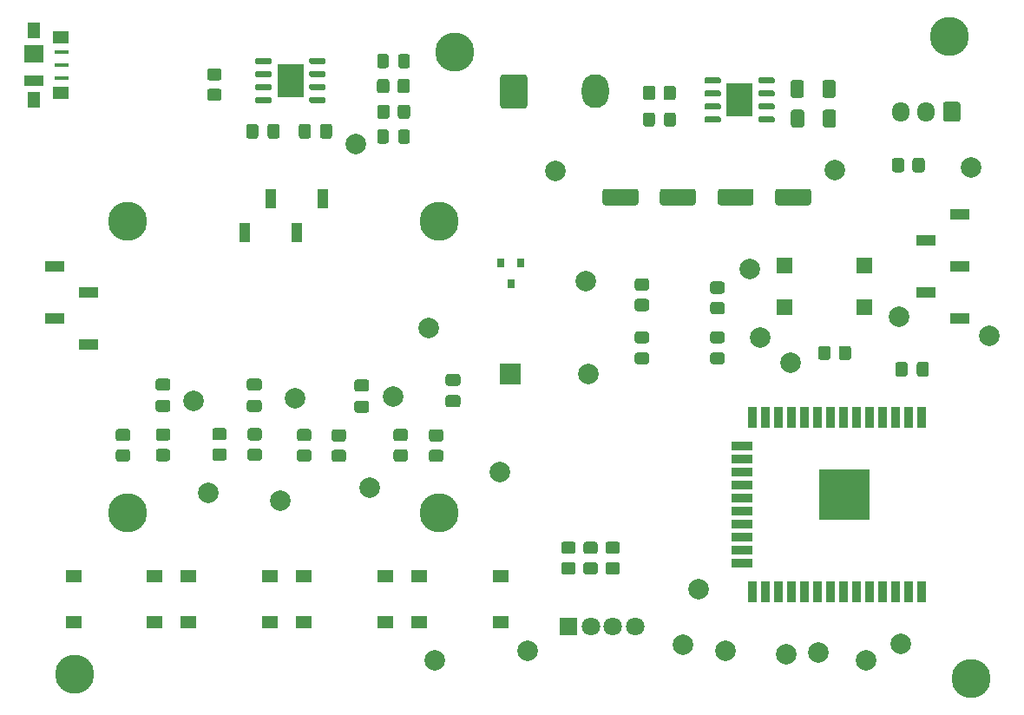
<source format=gbr>
%TF.GenerationSoftware,KiCad,Pcbnew,(5.1.10-1-10_14)*%
%TF.CreationDate,2022-01-20T11:14:49-05:00*%
%TF.ProjectId,PCB_Design,5043425f-4465-4736-9967-6e2e6b696361,rev?*%
%TF.SameCoordinates,Original*%
%TF.FileFunction,Soldermask,Top*%
%TF.FilePolarity,Negative*%
%FSLAX46Y46*%
G04 Gerber Fmt 4.6, Leading zero omitted, Abs format (unit mm)*
G04 Created by KiCad (PCBNEW (5.1.10-1-10_14)) date 2022-01-20 11:14:49*
%MOMM*%
%LPD*%
G01*
G04 APERTURE LIST*
%ADD10C,2.000000*%
%ADD11R,5.000000X5.000000*%
%ADD12R,0.900000X2.000000*%
%ADD13R,2.000000X0.900000*%
%ADD14R,2.514000X3.200000*%
%ADD15R,1.900000X1.000000*%
%ADD16R,1.900000X1.800000*%
%ADD17R,1.300000X1.650000*%
%ADD18R,1.550000X1.225000*%
%ADD19R,1.380000X0.450000*%
%ADD20O,2.640000X3.300000*%
%ADD21R,1.500000X1.500000*%
%ADD22R,1.000000X1.900000*%
%ADD23C,3.800000*%
%ADD24R,1.550000X1.300000*%
%ADD25R,2.000000X2.000000*%
%ADD26R,1.800000X1.800000*%
%ADD27C,1.800000*%
%ADD28R,0.800000X0.900000*%
%ADD29O,1.700000X1.950000*%
G04 APERTURE END LIST*
D10*
%TO.C,REF\u002A\u002A*%
X94742000Y-104736900D03*
%TD*%
%TO.C,REF\u002A\u002A*%
X102501700Y-155130500D03*
%TD*%
%TO.C,REF\u002A\u002A*%
X111531400Y-154165300D03*
%TD*%
%TO.C,REF\u002A\u002A*%
X101879400Y-122720100D03*
%TD*%
%TO.C,REF\u002A\u002A*%
X98437700Y-129425700D03*
%TD*%
%TO.C,REF\u002A\u002A*%
X88811100Y-129514600D03*
%TD*%
%TO.C,REF\u002A\u002A*%
X134239000Y-123596400D03*
%TD*%
%TO.C,REF\u002A\u002A*%
X78892400Y-129832100D03*
%TD*%
D11*
%TO.C,U1*%
X142423500Y-138954000D03*
D12*
X149923500Y-131454000D03*
X148653500Y-131454000D03*
X147383500Y-131454000D03*
X146113500Y-131454000D03*
X144843500Y-131454000D03*
X143573500Y-131454000D03*
X142303500Y-131454000D03*
X141033500Y-131454000D03*
X139763500Y-131454000D03*
X138493500Y-131454000D03*
X137223500Y-131454000D03*
X135953500Y-131454000D03*
X134683500Y-131454000D03*
X133413500Y-131454000D03*
D13*
X132413500Y-134239000D03*
X132413500Y-135509000D03*
X132413500Y-136779000D03*
X132413500Y-138049000D03*
X132413500Y-139319000D03*
X132413500Y-140589000D03*
X132413500Y-141859000D03*
X132413500Y-143129000D03*
X132413500Y-144399000D03*
X132413500Y-145669000D03*
D12*
X133413500Y-148454000D03*
X134683500Y-148454000D03*
X135953500Y-148454000D03*
X137223500Y-148454000D03*
X138493500Y-148454000D03*
X139763500Y-148454000D03*
X141033500Y-148454000D03*
X142303500Y-148454000D03*
X143573500Y-148454000D03*
X144843500Y-148454000D03*
X146113500Y-148454000D03*
X147383500Y-148454000D03*
X148653500Y-148454000D03*
X149923500Y-148454000D03*
%TD*%
D10*
%TO.C,REF\u002A\u002A*%
X139865100Y-154393900D03*
%TD*%
%TO.C,REF\u002A\u002A*%
X147777200Y-121615200D03*
%TD*%
%TO.C,REF\u002A\u002A*%
X130810000Y-154228800D03*
%TD*%
%TO.C,REF\u002A\u002A*%
X136791700Y-154546300D03*
%TD*%
%TO.C,REF\u002A\u002A*%
X154762200Y-107022900D03*
%TD*%
%TO.C,REF\u002A\u002A*%
X147904200Y-153504900D03*
%TD*%
%TO.C,REF\u002A\u002A*%
X126720600Y-153581100D03*
%TD*%
%TO.C,REF\u002A\u002A*%
X114261900Y-107340400D03*
%TD*%
%TO.C,REF\u002A\u002A*%
X117182900Y-118148100D03*
%TD*%
%TO.C,REF\u002A\u002A*%
X108826300Y-136753600D03*
%TD*%
%TO.C,REF\u002A\u002A*%
X144513300Y-155105100D03*
%TD*%
%TO.C,REF\u002A\u002A*%
X156591000Y-123418600D03*
%TD*%
%TO.C,REF\u002A\u002A*%
X137210800Y-126123700D03*
%TD*%
%TO.C,REF\u002A\u002A*%
X128168400Y-148183600D03*
%TD*%
%TO.C,REF\u002A\u002A*%
X141516100Y-107302300D03*
%TD*%
%TO.C,REF\u002A\u002A*%
X80352900Y-138785600D03*
%TD*%
%TO.C,REF\u002A\u002A*%
X96088200Y-138277600D03*
%TD*%
%TO.C,REF\u002A\u002A*%
X133223000Y-116954300D03*
%TD*%
%TO.C,REF\u002A\u002A*%
X87388700Y-139560300D03*
%TD*%
D14*
%TO.C,IC1*%
X132207000Y-100457000D03*
G36*
G01*
X134032000Y-98702000D02*
X134032000Y-98402000D01*
G75*
G02*
X134182000Y-98252000I150000J0D01*
G01*
X135507000Y-98252000D01*
G75*
G02*
X135657000Y-98402000I0J-150000D01*
G01*
X135657000Y-98702000D01*
G75*
G02*
X135507000Y-98852000I-150000J0D01*
G01*
X134182000Y-98852000D01*
G75*
G02*
X134032000Y-98702000I0J150000D01*
G01*
G37*
G36*
G01*
X134032000Y-99972000D02*
X134032000Y-99672000D01*
G75*
G02*
X134182000Y-99522000I150000J0D01*
G01*
X135507000Y-99522000D01*
G75*
G02*
X135657000Y-99672000I0J-150000D01*
G01*
X135657000Y-99972000D01*
G75*
G02*
X135507000Y-100122000I-150000J0D01*
G01*
X134182000Y-100122000D01*
G75*
G02*
X134032000Y-99972000I0J150000D01*
G01*
G37*
G36*
G01*
X134032000Y-101242000D02*
X134032000Y-100942000D01*
G75*
G02*
X134182000Y-100792000I150000J0D01*
G01*
X135507000Y-100792000D01*
G75*
G02*
X135657000Y-100942000I0J-150000D01*
G01*
X135657000Y-101242000D01*
G75*
G02*
X135507000Y-101392000I-150000J0D01*
G01*
X134182000Y-101392000D01*
G75*
G02*
X134032000Y-101242000I0J150000D01*
G01*
G37*
G36*
G01*
X134032000Y-102512000D02*
X134032000Y-102212000D01*
G75*
G02*
X134182000Y-102062000I150000J0D01*
G01*
X135507000Y-102062000D01*
G75*
G02*
X135657000Y-102212000I0J-150000D01*
G01*
X135657000Y-102512000D01*
G75*
G02*
X135507000Y-102662000I-150000J0D01*
G01*
X134182000Y-102662000D01*
G75*
G02*
X134032000Y-102512000I0J150000D01*
G01*
G37*
G36*
G01*
X128757000Y-102512000D02*
X128757000Y-102212000D01*
G75*
G02*
X128907000Y-102062000I150000J0D01*
G01*
X130232000Y-102062000D01*
G75*
G02*
X130382000Y-102212000I0J-150000D01*
G01*
X130382000Y-102512000D01*
G75*
G02*
X130232000Y-102662000I-150000J0D01*
G01*
X128907000Y-102662000D01*
G75*
G02*
X128757000Y-102512000I0J150000D01*
G01*
G37*
G36*
G01*
X128757000Y-101242000D02*
X128757000Y-100942000D01*
G75*
G02*
X128907000Y-100792000I150000J0D01*
G01*
X130232000Y-100792000D01*
G75*
G02*
X130382000Y-100942000I0J-150000D01*
G01*
X130382000Y-101242000D01*
G75*
G02*
X130232000Y-101392000I-150000J0D01*
G01*
X128907000Y-101392000D01*
G75*
G02*
X128757000Y-101242000I0J150000D01*
G01*
G37*
G36*
G01*
X128757000Y-99972000D02*
X128757000Y-99672000D01*
G75*
G02*
X128907000Y-99522000I150000J0D01*
G01*
X130232000Y-99522000D01*
G75*
G02*
X130382000Y-99672000I0J-150000D01*
G01*
X130382000Y-99972000D01*
G75*
G02*
X130232000Y-100122000I-150000J0D01*
G01*
X128907000Y-100122000D01*
G75*
G02*
X128757000Y-99972000I0J150000D01*
G01*
G37*
G36*
G01*
X128757000Y-98702000D02*
X128757000Y-98402000D01*
G75*
G02*
X128907000Y-98252000I150000J0D01*
G01*
X130232000Y-98252000D01*
G75*
G02*
X130382000Y-98402000I0J-150000D01*
G01*
X130382000Y-98702000D01*
G75*
G02*
X130232000Y-98852000I-150000J0D01*
G01*
X128907000Y-98852000D01*
G75*
G02*
X128757000Y-98702000I0J150000D01*
G01*
G37*
%TD*%
%TO.C,J1*%
G36*
G01*
X84942000Y-96797000D02*
X84942000Y-96497000D01*
G75*
G02*
X85092000Y-96347000I150000J0D01*
G01*
X86417000Y-96347000D01*
G75*
G02*
X86567000Y-96497000I0J-150000D01*
G01*
X86567000Y-96797000D01*
G75*
G02*
X86417000Y-96947000I-150000J0D01*
G01*
X85092000Y-96947000D01*
G75*
G02*
X84942000Y-96797000I0J150000D01*
G01*
G37*
G36*
G01*
X84942000Y-98067000D02*
X84942000Y-97767000D01*
G75*
G02*
X85092000Y-97617000I150000J0D01*
G01*
X86417000Y-97617000D01*
G75*
G02*
X86567000Y-97767000I0J-150000D01*
G01*
X86567000Y-98067000D01*
G75*
G02*
X86417000Y-98217000I-150000J0D01*
G01*
X85092000Y-98217000D01*
G75*
G02*
X84942000Y-98067000I0J150000D01*
G01*
G37*
G36*
G01*
X84942000Y-99337000D02*
X84942000Y-99037000D01*
G75*
G02*
X85092000Y-98887000I150000J0D01*
G01*
X86417000Y-98887000D01*
G75*
G02*
X86567000Y-99037000I0J-150000D01*
G01*
X86567000Y-99337000D01*
G75*
G02*
X86417000Y-99487000I-150000J0D01*
G01*
X85092000Y-99487000D01*
G75*
G02*
X84942000Y-99337000I0J150000D01*
G01*
G37*
G36*
G01*
X84942000Y-100607000D02*
X84942000Y-100307000D01*
G75*
G02*
X85092000Y-100157000I150000J0D01*
G01*
X86417000Y-100157000D01*
G75*
G02*
X86567000Y-100307000I0J-150000D01*
G01*
X86567000Y-100607000D01*
G75*
G02*
X86417000Y-100757000I-150000J0D01*
G01*
X85092000Y-100757000D01*
G75*
G02*
X84942000Y-100607000I0J150000D01*
G01*
G37*
G36*
G01*
X90217000Y-100607000D02*
X90217000Y-100307000D01*
G75*
G02*
X90367000Y-100157000I150000J0D01*
G01*
X91692000Y-100157000D01*
G75*
G02*
X91842000Y-100307000I0J-150000D01*
G01*
X91842000Y-100607000D01*
G75*
G02*
X91692000Y-100757000I-150000J0D01*
G01*
X90367000Y-100757000D01*
G75*
G02*
X90217000Y-100607000I0J150000D01*
G01*
G37*
G36*
G01*
X90217000Y-99337000D02*
X90217000Y-99037000D01*
G75*
G02*
X90367000Y-98887000I150000J0D01*
G01*
X91692000Y-98887000D01*
G75*
G02*
X91842000Y-99037000I0J-150000D01*
G01*
X91842000Y-99337000D01*
G75*
G02*
X91692000Y-99487000I-150000J0D01*
G01*
X90367000Y-99487000D01*
G75*
G02*
X90217000Y-99337000I0J150000D01*
G01*
G37*
G36*
G01*
X90217000Y-98067000D02*
X90217000Y-97767000D01*
G75*
G02*
X90367000Y-97617000I150000J0D01*
G01*
X91692000Y-97617000D01*
G75*
G02*
X91842000Y-97767000I0J-150000D01*
G01*
X91842000Y-98067000D01*
G75*
G02*
X91692000Y-98217000I-150000J0D01*
G01*
X90367000Y-98217000D01*
G75*
G02*
X90217000Y-98067000I0J150000D01*
G01*
G37*
G36*
G01*
X90217000Y-96797000D02*
X90217000Y-96497000D01*
G75*
G02*
X90367000Y-96347000I150000J0D01*
G01*
X91692000Y-96347000D01*
G75*
G02*
X91842000Y-96497000I0J-150000D01*
G01*
X91842000Y-96797000D01*
G75*
G02*
X91692000Y-96947000I-150000J0D01*
G01*
X90367000Y-96947000D01*
G75*
G02*
X90217000Y-96797000I0J150000D01*
G01*
G37*
X88392000Y-98552000D03*
%TD*%
D15*
%TO.C,J2*%
X63379500Y-98603400D03*
D16*
X63379500Y-95903400D03*
D17*
X63379500Y-100428400D03*
X63379500Y-93678400D03*
D18*
X65954500Y-99740900D03*
X65954500Y-94365900D03*
D19*
X66039500Y-98353400D03*
X66039500Y-97053400D03*
X66039500Y-95753400D03*
%TD*%
%TO.C,R2*%
G36*
G01*
X140282500Y-99989800D02*
X140282500Y-98739800D01*
G75*
G02*
X140532500Y-98489800I250000J0D01*
G01*
X141332500Y-98489800D01*
G75*
G02*
X141582500Y-98739800I0J-250000D01*
G01*
X141582500Y-99989800D01*
G75*
G02*
X141332500Y-100239800I-250000J0D01*
G01*
X140532500Y-100239800D01*
G75*
G02*
X140282500Y-99989800I0J250000D01*
G01*
G37*
G36*
G01*
X137182500Y-99989800D02*
X137182500Y-98739800D01*
G75*
G02*
X137432500Y-98489800I250000J0D01*
G01*
X138232500Y-98489800D01*
G75*
G02*
X138482500Y-98739800I0J-250000D01*
G01*
X138482500Y-99989800D01*
G75*
G02*
X138232500Y-100239800I-250000J0D01*
G01*
X137432500Y-100239800D01*
G75*
G02*
X137182500Y-99989800I0J250000D01*
G01*
G37*
%TD*%
%TO.C,R1*%
G36*
G01*
X138520600Y-101648100D02*
X138520600Y-102898100D01*
G75*
G02*
X138270600Y-103148100I-250000J0D01*
G01*
X137470600Y-103148100D01*
G75*
G02*
X137220600Y-102898100I0J250000D01*
G01*
X137220600Y-101648100D01*
G75*
G02*
X137470600Y-101398100I250000J0D01*
G01*
X138270600Y-101398100D01*
G75*
G02*
X138520600Y-101648100I0J-250000D01*
G01*
G37*
G36*
G01*
X141620600Y-101648100D02*
X141620600Y-102898100D01*
G75*
G02*
X141370600Y-103148100I-250000J0D01*
G01*
X140570600Y-103148100D01*
G75*
G02*
X140320600Y-102898100I0J250000D01*
G01*
X140320600Y-101648100D01*
G75*
G02*
X140570600Y-101398100I250000J0D01*
G01*
X141370600Y-101398100D01*
G75*
G02*
X141620600Y-101648100I0J-250000D01*
G01*
G37*
%TD*%
D20*
%TO.C,SW_ONOFF1*%
X118110000Y-99568000D03*
G36*
G01*
X111242500Y-101281500D02*
X109102500Y-101281500D01*
G75*
G02*
X108852500Y-101031500I0J250000D01*
G01*
X108852500Y-98231500D01*
G75*
G02*
X109102500Y-97981500I250000J0D01*
G01*
X111242500Y-97981500D01*
G75*
G02*
X111492500Y-98231500I0J-250000D01*
G01*
X111492500Y-101031500D01*
G75*
G02*
X111242500Y-101281500I-250000J0D01*
G01*
G37*
%TD*%
%TO.C,R_rLED1*%
G36*
G01*
X98028300Y-98635399D02*
X98028300Y-99535401D01*
G75*
G02*
X97778301Y-99785400I-249999J0D01*
G01*
X97078299Y-99785400D01*
G75*
G02*
X96828300Y-99535401I0J249999D01*
G01*
X96828300Y-98635399D01*
G75*
G02*
X97078299Y-98385400I249999J0D01*
G01*
X97778301Y-98385400D01*
G75*
G02*
X98028300Y-98635399I0J-249999D01*
G01*
G37*
G36*
G01*
X100028300Y-98635399D02*
X100028300Y-99535401D01*
G75*
G02*
X99778301Y-99785400I-249999J0D01*
G01*
X99078299Y-99785400D01*
G75*
G02*
X98828300Y-99535401I0J249999D01*
G01*
X98828300Y-98635399D01*
G75*
G02*
X99078299Y-98385400I249999J0D01*
G01*
X99778301Y-98385400D01*
G75*
G02*
X100028300Y-98635399I0J-249999D01*
G01*
G37*
%TD*%
D21*
%TO.C,SW2*%
X144412800Y-116586000D03*
X136612800Y-116586000D03*
%TD*%
%TO.C,SW1*%
X136612800Y-120700800D03*
X144412800Y-120700800D03*
%TD*%
%TO.C,C_bypass1*%
G36*
G01*
X148588400Y-126245600D02*
X148588400Y-127195600D01*
G75*
G02*
X148338400Y-127445600I-250000J0D01*
G01*
X147663400Y-127445600D01*
G75*
G02*
X147413400Y-127195600I0J250000D01*
G01*
X147413400Y-126245600D01*
G75*
G02*
X147663400Y-125995600I250000J0D01*
G01*
X148338400Y-125995600D01*
G75*
G02*
X148588400Y-126245600I0J-250000D01*
G01*
G37*
G36*
G01*
X150663400Y-126245600D02*
X150663400Y-127195600D01*
G75*
G02*
X150413400Y-127445600I-250000J0D01*
G01*
X149738400Y-127445600D01*
G75*
G02*
X149488400Y-127195600I0J250000D01*
G01*
X149488400Y-126245600D01*
G75*
G02*
X149738400Y-125995600I250000J0D01*
G01*
X150413400Y-125995600D01*
G75*
G02*
X150663400Y-126245600I0J-250000D01*
G01*
G37*
%TD*%
D22*
%TO.C,Conn_OLED1*%
X91503500Y-110110000D03*
X86423500Y-110110000D03*
X88963500Y-113410000D03*
X83883500Y-113410000D03*
D23*
X72493500Y-140760000D03*
X72493500Y-112260000D03*
X102893500Y-112260000D03*
X102893500Y-140760000D03*
%TD*%
%TO.C,Tornillo vier*%
X154825700Y-156895800D03*
%TD*%
%TO.C,Tornillo drei*%
X67310000Y-156464000D03*
%TD*%
%TO.C,Tornillo zwei*%
X152654000Y-94234000D03*
%TD*%
%TO.C,Tornillo eins*%
X104394000Y-95758000D03*
%TD*%
D15*
%TO.C,Conn_prog1*%
X150369000Y-114109500D03*
X150369000Y-119189500D03*
X153669000Y-111569500D03*
X153669000Y-116649500D03*
X153669000Y-121729500D03*
%TD*%
D24*
%TO.C,BT4*%
X67208500Y-146911500D03*
X67208500Y-151411500D03*
X75158500Y-151411500D03*
X75158500Y-146911500D03*
%TD*%
%TO.C,BT3*%
X78448000Y-146911500D03*
X78448000Y-151411500D03*
X86398000Y-151411500D03*
X86398000Y-146911500D03*
%TD*%
%TO.C,BT2*%
X89687500Y-146911500D03*
X89687500Y-151411500D03*
X97637500Y-151411500D03*
X97637500Y-146911500D03*
%TD*%
%TO.C,BT1*%
X100927500Y-146911500D03*
X100927500Y-151411500D03*
X108877500Y-151411500D03*
X108877500Y-146911500D03*
%TD*%
%TO.C,Cd4*%
G36*
G01*
X75483700Y-129710600D02*
X76433700Y-129710600D01*
G75*
G02*
X76683700Y-129960600I0J-250000D01*
G01*
X76683700Y-130635600D01*
G75*
G02*
X76433700Y-130885600I-250000J0D01*
G01*
X75483700Y-130885600D01*
G75*
G02*
X75233700Y-130635600I0J250000D01*
G01*
X75233700Y-129960600D01*
G75*
G02*
X75483700Y-129710600I250000J0D01*
G01*
G37*
G36*
G01*
X75483700Y-127635600D02*
X76433700Y-127635600D01*
G75*
G02*
X76683700Y-127885600I0J-250000D01*
G01*
X76683700Y-128560600D01*
G75*
G02*
X76433700Y-128810600I-250000J0D01*
G01*
X75483700Y-128810600D01*
G75*
G02*
X75233700Y-128560600I0J250000D01*
G01*
X75233700Y-127885600D01*
G75*
G02*
X75483700Y-127635600I250000J0D01*
G01*
G37*
%TD*%
%TO.C,Cd3*%
G36*
G01*
X84386400Y-129710600D02*
X85336400Y-129710600D01*
G75*
G02*
X85586400Y-129960600I0J-250000D01*
G01*
X85586400Y-130635600D01*
G75*
G02*
X85336400Y-130885600I-250000J0D01*
G01*
X84386400Y-130885600D01*
G75*
G02*
X84136400Y-130635600I0J250000D01*
G01*
X84136400Y-129960600D01*
G75*
G02*
X84386400Y-129710600I250000J0D01*
G01*
G37*
G36*
G01*
X84386400Y-127635600D02*
X85336400Y-127635600D01*
G75*
G02*
X85586400Y-127885600I0J-250000D01*
G01*
X85586400Y-128560600D01*
G75*
G02*
X85336400Y-128810600I-250000J0D01*
G01*
X84386400Y-128810600D01*
G75*
G02*
X84136400Y-128560600I0J250000D01*
G01*
X84136400Y-127885600D01*
G75*
G02*
X84386400Y-127635600I250000J0D01*
G01*
G37*
%TD*%
%TO.C,Cd2*%
G36*
G01*
X94863900Y-129799500D02*
X95813900Y-129799500D01*
G75*
G02*
X96063900Y-130049500I0J-250000D01*
G01*
X96063900Y-130724500D01*
G75*
G02*
X95813900Y-130974500I-250000J0D01*
G01*
X94863900Y-130974500D01*
G75*
G02*
X94613900Y-130724500I0J250000D01*
G01*
X94613900Y-130049500D01*
G75*
G02*
X94863900Y-129799500I250000J0D01*
G01*
G37*
G36*
G01*
X94863900Y-127724500D02*
X95813900Y-127724500D01*
G75*
G02*
X96063900Y-127974500I0J-250000D01*
G01*
X96063900Y-128649500D01*
G75*
G02*
X95813900Y-128899500I-250000J0D01*
G01*
X94863900Y-128899500D01*
G75*
G02*
X94613900Y-128649500I0J250000D01*
G01*
X94613900Y-127974500D01*
G75*
G02*
X94863900Y-127724500I250000J0D01*
G01*
G37*
%TD*%
%TO.C,Cd1*%
G36*
G01*
X103766600Y-129253400D02*
X104716600Y-129253400D01*
G75*
G02*
X104966600Y-129503400I0J-250000D01*
G01*
X104966600Y-130178400D01*
G75*
G02*
X104716600Y-130428400I-250000J0D01*
G01*
X103766600Y-130428400D01*
G75*
G02*
X103516600Y-130178400I0J250000D01*
G01*
X103516600Y-129503400D01*
G75*
G02*
X103766600Y-129253400I250000J0D01*
G01*
G37*
G36*
G01*
X103766600Y-127178400D02*
X104716600Y-127178400D01*
G75*
G02*
X104966600Y-127428400I0J-250000D01*
G01*
X104966600Y-128103400D01*
G75*
G02*
X104716600Y-128353400I-250000J0D01*
G01*
X103766600Y-128353400D01*
G75*
G02*
X103516600Y-128103400I0J250000D01*
G01*
X103516600Y-127428400D01*
G75*
G02*
X103766600Y-127178400I250000J0D01*
G01*
G37*
%TD*%
%TO.C,C2*%
G36*
G01*
X90376500Y-103030000D02*
X90376500Y-103980000D01*
G75*
G02*
X90126500Y-104230000I-250000J0D01*
G01*
X89451500Y-104230000D01*
G75*
G02*
X89201500Y-103980000I0J250000D01*
G01*
X89201500Y-103030000D01*
G75*
G02*
X89451500Y-102780000I250000J0D01*
G01*
X90126500Y-102780000D01*
G75*
G02*
X90376500Y-103030000I0J-250000D01*
G01*
G37*
G36*
G01*
X92451500Y-103030000D02*
X92451500Y-103980000D01*
G75*
G02*
X92201500Y-104230000I-250000J0D01*
G01*
X91526500Y-104230000D01*
G75*
G02*
X91276500Y-103980000I0J250000D01*
G01*
X91276500Y-103030000D01*
G75*
G02*
X91526500Y-102780000I250000J0D01*
G01*
X92201500Y-102780000D01*
G75*
G02*
X92451500Y-103030000I0J-250000D01*
G01*
G37*
%TD*%
%TO.C,C1*%
G36*
G01*
X86153500Y-103980000D02*
X86153500Y-103030000D01*
G75*
G02*
X86403500Y-102780000I250000J0D01*
G01*
X87078500Y-102780000D01*
G75*
G02*
X87328500Y-103030000I0J-250000D01*
G01*
X87328500Y-103980000D01*
G75*
G02*
X87078500Y-104230000I-250000J0D01*
G01*
X86403500Y-104230000D01*
G75*
G02*
X86153500Y-103980000I0J250000D01*
G01*
G37*
G36*
G01*
X84078500Y-103980000D02*
X84078500Y-103030000D01*
G75*
G02*
X84328500Y-102780000I250000J0D01*
G01*
X85003500Y-102780000D01*
G75*
G02*
X85253500Y-103030000I0J-250000D01*
G01*
X85253500Y-103980000D01*
G75*
G02*
X85003500Y-104230000I-250000J0D01*
G01*
X84328500Y-104230000D01*
G75*
G02*
X84078500Y-103980000I0J250000D01*
G01*
G37*
%TD*%
%TO.C,4.7k1*%
G36*
G01*
X149069500Y-107257001D02*
X149069500Y-106356999D01*
G75*
G02*
X149319499Y-106107000I249999J0D01*
G01*
X150019501Y-106107000D01*
G75*
G02*
X150269500Y-106356999I0J-249999D01*
G01*
X150269500Y-107257001D01*
G75*
G02*
X150019501Y-107507000I-249999J0D01*
G01*
X149319499Y-107507000D01*
G75*
G02*
X149069500Y-107257001I0J249999D01*
G01*
G37*
G36*
G01*
X147069500Y-107257001D02*
X147069500Y-106356999D01*
G75*
G02*
X147319499Y-106107000I249999J0D01*
G01*
X148019501Y-106107000D01*
G75*
G02*
X148269500Y-106356999I0J-249999D01*
G01*
X148269500Y-107257001D01*
G75*
G02*
X148019501Y-107507000I-249999J0D01*
G01*
X147319499Y-107507000D01*
G75*
G02*
X147069500Y-107257001I0J249999D01*
G01*
G37*
%TD*%
D25*
%TO.C,Buzzer1*%
X109855000Y-127190500D03*
D10*
X117455000Y-127190500D03*
%TD*%
D26*
%TO.C,D1*%
X115519200Y-151790400D03*
D27*
X117678200Y-151790400D03*
X119837200Y-151790400D03*
X121996200Y-151790400D03*
%TD*%
%TO.C,FlagLED_R1*%
G36*
G01*
X122787500Y-102812001D02*
X122787500Y-101911999D01*
G75*
G02*
X123037499Y-101662000I249999J0D01*
G01*
X123687501Y-101662000D01*
G75*
G02*
X123937500Y-101911999I0J-249999D01*
G01*
X123937500Y-102812001D01*
G75*
G02*
X123687501Y-103062000I-249999J0D01*
G01*
X123037499Y-103062000D01*
G75*
G02*
X122787500Y-102812001I0J249999D01*
G01*
G37*
G36*
G01*
X124837500Y-102812001D02*
X124837500Y-101911999D01*
G75*
G02*
X125087499Y-101662000I249999J0D01*
G01*
X125737501Y-101662000D01*
G75*
G02*
X125987500Y-101911999I0J-249999D01*
G01*
X125987500Y-102812001D01*
G75*
G02*
X125737501Y-103062000I-249999J0D01*
G01*
X125087499Y-103062000D01*
G75*
G02*
X124837500Y-102812001I0J249999D01*
G01*
G37*
%TD*%
%TO.C,gLED1*%
G36*
G01*
X97991400Y-103562999D02*
X97991400Y-104463001D01*
G75*
G02*
X97741401Y-104713000I-249999J0D01*
G01*
X97091399Y-104713000D01*
G75*
G02*
X96841400Y-104463001I0J249999D01*
G01*
X96841400Y-103562999D01*
G75*
G02*
X97091399Y-103313000I249999J0D01*
G01*
X97741401Y-103313000D01*
G75*
G02*
X97991400Y-103562999I0J-249999D01*
G01*
G37*
G36*
G01*
X100041400Y-103562999D02*
X100041400Y-104463001D01*
G75*
G02*
X99791401Y-104713000I-249999J0D01*
G01*
X99141399Y-104713000D01*
G75*
G02*
X98891400Y-104463001I0J249999D01*
G01*
X98891400Y-103562999D01*
G75*
G02*
X99141399Y-103313000I249999J0D01*
G01*
X99791401Y-103313000D01*
G75*
G02*
X100041400Y-103562999I0J-249999D01*
G01*
G37*
%TD*%
%TO.C,LED_Piloto_G1*%
G36*
G01*
X130498001Y-124191500D02*
X129597999Y-124191500D01*
G75*
G02*
X129348000Y-123941501I0J249999D01*
G01*
X129348000Y-123291499D01*
G75*
G02*
X129597999Y-123041500I249999J0D01*
G01*
X130498001Y-123041500D01*
G75*
G02*
X130748000Y-123291499I0J-249999D01*
G01*
X130748000Y-123941501D01*
G75*
G02*
X130498001Y-124191500I-249999J0D01*
G01*
G37*
G36*
G01*
X130498001Y-126241500D02*
X129597999Y-126241500D01*
G75*
G02*
X129348000Y-125991501I0J249999D01*
G01*
X129348000Y-125341499D01*
G75*
G02*
X129597999Y-125091500I249999J0D01*
G01*
X130498001Y-125091500D01*
G75*
G02*
X130748000Y-125341499I0J-249999D01*
G01*
X130748000Y-125991501D01*
G75*
G02*
X130498001Y-126241500I-249999J0D01*
G01*
G37*
%TD*%
%TO.C,LED_Prog_B1*%
G36*
G01*
X122231999Y-123041500D02*
X123132001Y-123041500D01*
G75*
G02*
X123382000Y-123291499I0J-249999D01*
G01*
X123382000Y-123941501D01*
G75*
G02*
X123132001Y-124191500I-249999J0D01*
G01*
X122231999Y-124191500D01*
G75*
G02*
X121982000Y-123941501I0J249999D01*
G01*
X121982000Y-123291499D01*
G75*
G02*
X122231999Y-123041500I249999J0D01*
G01*
G37*
G36*
G01*
X122231999Y-125091500D02*
X123132001Y-125091500D01*
G75*
G02*
X123382000Y-125341499I0J-249999D01*
G01*
X123382000Y-125991501D01*
G75*
G02*
X123132001Y-126241500I-249999J0D01*
G01*
X122231999Y-126241500D01*
G75*
G02*
X121982000Y-125991501I0J249999D01*
G01*
X121982000Y-125341499D01*
G75*
G02*
X122231999Y-125091500I249999J0D01*
G01*
G37*
%TD*%
D28*
%TO.C,NMOS_Buzzer1*%
X110843100Y-116360700D03*
X108943100Y-116360700D03*
X109893100Y-118360700D03*
%TD*%
%TO.C,R_gLED1*%
G36*
G01*
X96866400Y-102050001D02*
X96866400Y-101149999D01*
G75*
G02*
X97116399Y-100900000I249999J0D01*
G01*
X97816401Y-100900000D01*
G75*
G02*
X98066400Y-101149999I0J-249999D01*
G01*
X98066400Y-102050001D01*
G75*
G02*
X97816401Y-102300000I-249999J0D01*
G01*
X97116399Y-102300000D01*
G75*
G02*
X96866400Y-102050001I0J249999D01*
G01*
G37*
G36*
G01*
X98866400Y-102050001D02*
X98866400Y-101149999D01*
G75*
G02*
X99116399Y-100900000I249999J0D01*
G01*
X99816401Y-100900000D01*
G75*
G02*
X100066400Y-101149999I0J-249999D01*
G01*
X100066400Y-102050001D01*
G75*
G02*
X99816401Y-102300000I-249999J0D01*
G01*
X99116399Y-102300000D01*
G75*
G02*
X98866400Y-102050001I0J249999D01*
G01*
G37*
%TD*%
%TO.C,R_Piloto1*%
G36*
G01*
X129597999Y-120161000D02*
X130498001Y-120161000D01*
G75*
G02*
X130748000Y-120410999I0J-249999D01*
G01*
X130748000Y-121111001D01*
G75*
G02*
X130498001Y-121361000I-249999J0D01*
G01*
X129597999Y-121361000D01*
G75*
G02*
X129348000Y-121111001I0J249999D01*
G01*
X129348000Y-120410999D01*
G75*
G02*
X129597999Y-120161000I249999J0D01*
G01*
G37*
G36*
G01*
X129597999Y-118161000D02*
X130498001Y-118161000D01*
G75*
G02*
X130748000Y-118410999I0J-249999D01*
G01*
X130748000Y-119111001D01*
G75*
G02*
X130498001Y-119361000I-249999J0D01*
G01*
X129597999Y-119361000D01*
G75*
G02*
X129348000Y-119111001I0J249999D01*
G01*
X129348000Y-118410999D01*
G75*
G02*
X129597999Y-118161000I249999J0D01*
G01*
G37*
%TD*%
%TO.C,R_PROG1*%
G36*
G01*
X80512499Y-99349000D02*
X81412501Y-99349000D01*
G75*
G02*
X81662500Y-99598999I0J-249999D01*
G01*
X81662500Y-100299001D01*
G75*
G02*
X81412501Y-100549000I-249999J0D01*
G01*
X80512499Y-100549000D01*
G75*
G02*
X80262500Y-100299001I0J249999D01*
G01*
X80262500Y-99598999D01*
G75*
G02*
X80512499Y-99349000I249999J0D01*
G01*
G37*
G36*
G01*
X80512499Y-97349000D02*
X81412501Y-97349000D01*
G75*
G02*
X81662500Y-97598999I0J-249999D01*
G01*
X81662500Y-98299001D01*
G75*
G02*
X81412501Y-98549000I-249999J0D01*
G01*
X80512499Y-98549000D01*
G75*
G02*
X80262500Y-98299001I0J249999D01*
G01*
X80262500Y-97598999D01*
G75*
G02*
X80512499Y-97349000I249999J0D01*
G01*
G37*
%TD*%
%TO.C,R_Prog_B1*%
G36*
G01*
X122231999Y-119859500D02*
X123132001Y-119859500D01*
G75*
G02*
X123382000Y-120109499I0J-249999D01*
G01*
X123382000Y-120809501D01*
G75*
G02*
X123132001Y-121059500I-249999J0D01*
G01*
X122231999Y-121059500D01*
G75*
G02*
X121982000Y-120809501I0J249999D01*
G01*
X121982000Y-120109499D01*
G75*
G02*
X122231999Y-119859500I249999J0D01*
G01*
G37*
G36*
G01*
X122231999Y-117859500D02*
X123132001Y-117859500D01*
G75*
G02*
X123382000Y-118109499I0J-249999D01*
G01*
X123382000Y-118809501D01*
G75*
G02*
X123132001Y-119059500I-249999J0D01*
G01*
X122231999Y-119059500D01*
G75*
G02*
X121982000Y-118809501I0J249999D01*
G01*
X121982000Y-118109499D01*
G75*
G02*
X122231999Y-117859500I249999J0D01*
G01*
G37*
%TD*%
%TO.C,R_RGB_B1*%
G36*
G01*
X115956501Y-144745000D02*
X115056499Y-144745000D01*
G75*
G02*
X114806500Y-144495001I0J249999D01*
G01*
X114806500Y-143794999D01*
G75*
G02*
X115056499Y-143545000I249999J0D01*
G01*
X115956501Y-143545000D01*
G75*
G02*
X116206500Y-143794999I0J-249999D01*
G01*
X116206500Y-144495001D01*
G75*
G02*
X115956501Y-144745000I-249999J0D01*
G01*
G37*
G36*
G01*
X115956501Y-146745000D02*
X115056499Y-146745000D01*
G75*
G02*
X114806500Y-146495001I0J249999D01*
G01*
X114806500Y-145794999D01*
G75*
G02*
X115056499Y-145545000I249999J0D01*
G01*
X115956501Y-145545000D01*
G75*
G02*
X116206500Y-145794999I0J-249999D01*
G01*
X116206500Y-146495001D01*
G75*
G02*
X115956501Y-146745000I-249999J0D01*
G01*
G37*
%TD*%
%TO.C,R_RGB_G1*%
G36*
G01*
X118115501Y-146745000D02*
X117215499Y-146745000D01*
G75*
G02*
X116965500Y-146495001I0J249999D01*
G01*
X116965500Y-145794999D01*
G75*
G02*
X117215499Y-145545000I249999J0D01*
G01*
X118115501Y-145545000D01*
G75*
G02*
X118365500Y-145794999I0J-249999D01*
G01*
X118365500Y-146495001D01*
G75*
G02*
X118115501Y-146745000I-249999J0D01*
G01*
G37*
G36*
G01*
X118115501Y-144745000D02*
X117215499Y-144745000D01*
G75*
G02*
X116965500Y-144495001I0J249999D01*
G01*
X116965500Y-143794999D01*
G75*
G02*
X117215499Y-143545000I249999J0D01*
G01*
X118115501Y-143545000D01*
G75*
G02*
X118365500Y-143794999I0J-249999D01*
G01*
X118365500Y-144495001D01*
G75*
G02*
X118115501Y-144745000I-249999J0D01*
G01*
G37*
%TD*%
%TO.C,R_RGB_R1*%
G36*
G01*
X120274501Y-144745000D02*
X119374499Y-144745000D01*
G75*
G02*
X119124500Y-144495001I0J249999D01*
G01*
X119124500Y-143794999D01*
G75*
G02*
X119374499Y-143545000I249999J0D01*
G01*
X120274501Y-143545000D01*
G75*
G02*
X120524500Y-143794999I0J-249999D01*
G01*
X120524500Y-144495001D01*
G75*
G02*
X120274501Y-144745000I-249999J0D01*
G01*
G37*
G36*
G01*
X120274501Y-146745000D02*
X119374499Y-146745000D01*
G75*
G02*
X119124500Y-146495001I0J249999D01*
G01*
X119124500Y-145794999D01*
G75*
G02*
X119374499Y-145545000I249999J0D01*
G01*
X120274501Y-145545000D01*
G75*
G02*
X120524500Y-145794999I0J-249999D01*
G01*
X120524500Y-146495001D01*
G75*
G02*
X120274501Y-146745000I-249999J0D01*
G01*
G37*
%TD*%
%TO.C,R_rLed1*%
G36*
G01*
X124780500Y-100208501D02*
X124780500Y-99308499D01*
G75*
G02*
X125030499Y-99058500I249999J0D01*
G01*
X125730501Y-99058500D01*
G75*
G02*
X125980500Y-99308499I0J-249999D01*
G01*
X125980500Y-100208501D01*
G75*
G02*
X125730501Y-100458500I-249999J0D01*
G01*
X125030499Y-100458500D01*
G75*
G02*
X124780500Y-100208501I0J249999D01*
G01*
G37*
G36*
G01*
X122780500Y-100208501D02*
X122780500Y-99308499D01*
G75*
G02*
X123030499Y-99058500I249999J0D01*
G01*
X123730501Y-99058500D01*
G75*
G02*
X123980500Y-99308499I0J-249999D01*
G01*
X123980500Y-100208501D01*
G75*
G02*
X123730501Y-100458500I-249999J0D01*
G01*
X123030499Y-100458500D01*
G75*
G02*
X122780500Y-100208501I0J249999D01*
G01*
G37*
%TD*%
%TO.C,Rd1*%
G36*
G01*
X102153299Y-132575500D02*
X103053301Y-132575500D01*
G75*
G02*
X103303300Y-132825499I0J-249999D01*
G01*
X103303300Y-133525501D01*
G75*
G02*
X103053301Y-133775500I-249999J0D01*
G01*
X102153299Y-133775500D01*
G75*
G02*
X101903300Y-133525501I0J249999D01*
G01*
X101903300Y-132825499D01*
G75*
G02*
X102153299Y-132575500I249999J0D01*
G01*
G37*
G36*
G01*
X102153299Y-134575500D02*
X103053301Y-134575500D01*
G75*
G02*
X103303300Y-134825499I0J-249999D01*
G01*
X103303300Y-135525501D01*
G75*
G02*
X103053301Y-135775500I-249999J0D01*
G01*
X102153299Y-135775500D01*
G75*
G02*
X101903300Y-135525501I0J249999D01*
G01*
X101903300Y-134825499D01*
G75*
G02*
X102153299Y-134575500I249999J0D01*
G01*
G37*
%TD*%
%TO.C,Rd2*%
G36*
G01*
X92653699Y-132575500D02*
X93553701Y-132575500D01*
G75*
G02*
X93803700Y-132825499I0J-249999D01*
G01*
X93803700Y-133525501D01*
G75*
G02*
X93553701Y-133775500I-249999J0D01*
G01*
X92653699Y-133775500D01*
G75*
G02*
X92403700Y-133525501I0J249999D01*
G01*
X92403700Y-132825499D01*
G75*
G02*
X92653699Y-132575500I249999J0D01*
G01*
G37*
G36*
G01*
X92653699Y-134575500D02*
X93553701Y-134575500D01*
G75*
G02*
X93803700Y-134825499I0J-249999D01*
G01*
X93803700Y-135525501D01*
G75*
G02*
X93553701Y-135775500I-249999J0D01*
G01*
X92653699Y-135775500D01*
G75*
G02*
X92403700Y-135525501I0J249999D01*
G01*
X92403700Y-134825499D01*
G75*
G02*
X92653699Y-134575500I249999J0D01*
G01*
G37*
%TD*%
%TO.C,Rd3*%
G36*
G01*
X84449499Y-132464500D02*
X85349501Y-132464500D01*
G75*
G02*
X85599500Y-132714499I0J-249999D01*
G01*
X85599500Y-133414501D01*
G75*
G02*
X85349501Y-133664500I-249999J0D01*
G01*
X84449499Y-133664500D01*
G75*
G02*
X84199500Y-133414501I0J249999D01*
G01*
X84199500Y-132714499D01*
G75*
G02*
X84449499Y-132464500I249999J0D01*
G01*
G37*
G36*
G01*
X84449499Y-134464500D02*
X85349501Y-134464500D01*
G75*
G02*
X85599500Y-134714499I0J-249999D01*
G01*
X85599500Y-135414501D01*
G75*
G02*
X85349501Y-135664500I-249999J0D01*
G01*
X84449499Y-135664500D01*
G75*
G02*
X84199500Y-135414501I0J249999D01*
G01*
X84199500Y-134714499D01*
G75*
G02*
X84449499Y-134464500I249999J0D01*
G01*
G37*
%TD*%
%TO.C,Rd4*%
G36*
G01*
X75508699Y-134499300D02*
X76408701Y-134499300D01*
G75*
G02*
X76658700Y-134749299I0J-249999D01*
G01*
X76658700Y-135449301D01*
G75*
G02*
X76408701Y-135699300I-249999J0D01*
G01*
X75508699Y-135699300D01*
G75*
G02*
X75258700Y-135449301I0J249999D01*
G01*
X75258700Y-134749299D01*
G75*
G02*
X75508699Y-134499300I249999J0D01*
G01*
G37*
G36*
G01*
X75508699Y-132499300D02*
X76408701Y-132499300D01*
G75*
G02*
X76658700Y-132749299I0J-249999D01*
G01*
X76658700Y-133449301D01*
G75*
G02*
X76408701Y-133699300I-249999J0D01*
G01*
X75508699Y-133699300D01*
G75*
G02*
X75258700Y-133449301I0J249999D01*
G01*
X75258700Y-132749299D01*
G75*
G02*
X75508699Y-132499300I249999J0D01*
G01*
G37*
%TD*%
%TO.C,Ren1*%
G36*
G01*
X141081300Y-124683099D02*
X141081300Y-125583101D01*
G75*
G02*
X140831301Y-125833100I-249999J0D01*
G01*
X140131299Y-125833100D01*
G75*
G02*
X139881300Y-125583101I0J249999D01*
G01*
X139881300Y-124683099D01*
G75*
G02*
X140131299Y-124433100I249999J0D01*
G01*
X140831301Y-124433100D01*
G75*
G02*
X141081300Y-124683099I0J-249999D01*
G01*
G37*
G36*
G01*
X143081300Y-124683099D02*
X143081300Y-125583101D01*
G75*
G02*
X142831301Y-125833100I-249999J0D01*
G01*
X142131299Y-125833100D01*
G75*
G02*
X141881300Y-125583101I0J249999D01*
G01*
X141881300Y-124683099D01*
G75*
G02*
X142131299Y-124433100I249999J0D01*
G01*
X142831301Y-124433100D01*
G75*
G02*
X143081300Y-124683099I0J-249999D01*
G01*
G37*
%TD*%
%TO.C,rLED1*%
G36*
G01*
X100041400Y-96196999D02*
X100041400Y-97097001D01*
G75*
G02*
X99791401Y-97347000I-249999J0D01*
G01*
X99141399Y-97347000D01*
G75*
G02*
X98891400Y-97097001I0J249999D01*
G01*
X98891400Y-96196999D01*
G75*
G02*
X99141399Y-95947000I249999J0D01*
G01*
X99791401Y-95947000D01*
G75*
G02*
X100041400Y-96196999I0J-249999D01*
G01*
G37*
G36*
G01*
X97991400Y-96196999D02*
X97991400Y-97097001D01*
G75*
G02*
X97741401Y-97347000I-249999J0D01*
G01*
X97091399Y-97347000D01*
G75*
G02*
X96841400Y-97097001I0J249999D01*
G01*
X96841400Y-96196999D01*
G75*
G02*
X97091399Y-95947000I249999J0D01*
G01*
X97741401Y-95947000D01*
G75*
G02*
X97991400Y-96196999I0J-249999D01*
G01*
G37*
%TD*%
%TO.C,Rogers1*%
G36*
G01*
X133576000Y-109368500D02*
X133576000Y-110468500D01*
G75*
G02*
X133326000Y-110718500I-250000J0D01*
G01*
X130326000Y-110718500D01*
G75*
G02*
X130076000Y-110468500I0J250000D01*
G01*
X130076000Y-109368500D01*
G75*
G02*
X130326000Y-109118500I250000J0D01*
G01*
X133326000Y-109118500D01*
G75*
G02*
X133576000Y-109368500I0J-250000D01*
G01*
G37*
G36*
G01*
X139176000Y-109368500D02*
X139176000Y-110468500D01*
G75*
G02*
X138926000Y-110718500I-250000J0D01*
G01*
X135926000Y-110718500D01*
G75*
G02*
X135676000Y-110468500I0J250000D01*
G01*
X135676000Y-109368500D01*
G75*
G02*
X135926000Y-109118500I250000J0D01*
G01*
X138926000Y-109118500D01*
G75*
G02*
X139176000Y-109368500I0J-250000D01*
G01*
G37*
%TD*%
%TO.C,Rpd1*%
G36*
G01*
X99586201Y-133737400D02*
X98686199Y-133737400D01*
G75*
G02*
X98436200Y-133487401I0J249999D01*
G01*
X98436200Y-132787399D01*
G75*
G02*
X98686199Y-132537400I249999J0D01*
G01*
X99586201Y-132537400D01*
G75*
G02*
X99836200Y-132787399I0J-249999D01*
G01*
X99836200Y-133487401D01*
G75*
G02*
X99586201Y-133737400I-249999J0D01*
G01*
G37*
G36*
G01*
X99586201Y-135737400D02*
X98686199Y-135737400D01*
G75*
G02*
X98436200Y-135487401I0J249999D01*
G01*
X98436200Y-134787399D01*
G75*
G02*
X98686199Y-134537400I249999J0D01*
G01*
X99586201Y-134537400D01*
G75*
G02*
X99836200Y-134787399I0J-249999D01*
G01*
X99836200Y-135487401D01*
G75*
G02*
X99586201Y-135737400I-249999J0D01*
G01*
G37*
%TD*%
%TO.C,Rpd2*%
G36*
G01*
X90175501Y-135737400D02*
X89275499Y-135737400D01*
G75*
G02*
X89025500Y-135487401I0J249999D01*
G01*
X89025500Y-134787399D01*
G75*
G02*
X89275499Y-134537400I249999J0D01*
G01*
X90175501Y-134537400D01*
G75*
G02*
X90425500Y-134787399I0J-249999D01*
G01*
X90425500Y-135487401D01*
G75*
G02*
X90175501Y-135737400I-249999J0D01*
G01*
G37*
G36*
G01*
X90175501Y-133737400D02*
X89275499Y-133737400D01*
G75*
G02*
X89025500Y-133487401I0J249999D01*
G01*
X89025500Y-132787399D01*
G75*
G02*
X89275499Y-132537400I249999J0D01*
G01*
X90175501Y-132537400D01*
G75*
G02*
X90425500Y-132787399I0J-249999D01*
G01*
X90425500Y-133487401D01*
G75*
G02*
X90175501Y-133737400I-249999J0D01*
G01*
G37*
%TD*%
%TO.C,Rpd3*%
G36*
G01*
X81907801Y-135648500D02*
X81007799Y-135648500D01*
G75*
G02*
X80757800Y-135398501I0J249999D01*
G01*
X80757800Y-134698499D01*
G75*
G02*
X81007799Y-134448500I249999J0D01*
G01*
X81907801Y-134448500D01*
G75*
G02*
X82157800Y-134698499I0J-249999D01*
G01*
X82157800Y-135398501D01*
G75*
G02*
X81907801Y-135648500I-249999J0D01*
G01*
G37*
G36*
G01*
X81907801Y-133648500D02*
X81007799Y-133648500D01*
G75*
G02*
X80757800Y-133398501I0J249999D01*
G01*
X80757800Y-132698499D01*
G75*
G02*
X81007799Y-132448500I249999J0D01*
G01*
X81907801Y-132448500D01*
G75*
G02*
X82157800Y-132698499I0J-249999D01*
G01*
X82157800Y-133398501D01*
G75*
G02*
X81907801Y-133648500I-249999J0D01*
G01*
G37*
%TD*%
%TO.C,Rpd4*%
G36*
G01*
X72497101Y-135737400D02*
X71597099Y-135737400D01*
G75*
G02*
X71347100Y-135487401I0J249999D01*
G01*
X71347100Y-134787399D01*
G75*
G02*
X71597099Y-134537400I249999J0D01*
G01*
X72497101Y-134537400D01*
G75*
G02*
X72747100Y-134787399I0J-249999D01*
G01*
X72747100Y-135487401D01*
G75*
G02*
X72497101Y-135737400I-249999J0D01*
G01*
G37*
G36*
G01*
X72497101Y-133737400D02*
X71597099Y-133737400D01*
G75*
G02*
X71347100Y-133487401I0J249999D01*
G01*
X71347100Y-132787399D01*
G75*
G02*
X71597099Y-132537400I249999J0D01*
G01*
X72497101Y-132537400D01*
G75*
G02*
X72747100Y-132787399I0J-249999D01*
G01*
X72747100Y-133487401D01*
G75*
G02*
X72497101Y-133737400I-249999J0D01*
G01*
G37*
%TD*%
%TO.C,Sens_Temp1*%
G36*
G01*
X153758000Y-100875000D02*
X153758000Y-102325000D01*
G75*
G02*
X153508000Y-102575000I-250000J0D01*
G01*
X152308000Y-102575000D01*
G75*
G02*
X152058000Y-102325000I0J250000D01*
G01*
X152058000Y-100875000D01*
G75*
G02*
X152308000Y-100625000I250000J0D01*
G01*
X153508000Y-100625000D01*
G75*
G02*
X153758000Y-100875000I0J-250000D01*
G01*
G37*
D29*
X150408000Y-101600000D03*
X147908000Y-101600000D03*
%TD*%
%TO.C,Steve1*%
G36*
G01*
X118836500Y-110468500D02*
X118836500Y-109368500D01*
G75*
G02*
X119086500Y-109118500I250000J0D01*
G01*
X122086500Y-109118500D01*
G75*
G02*
X122336500Y-109368500I0J-250000D01*
G01*
X122336500Y-110468500D01*
G75*
G02*
X122086500Y-110718500I-250000J0D01*
G01*
X119086500Y-110718500D01*
G75*
G02*
X118836500Y-110468500I0J250000D01*
G01*
G37*
G36*
G01*
X124436500Y-110468500D02*
X124436500Y-109368500D01*
G75*
G02*
X124686500Y-109118500I250000J0D01*
G01*
X127686500Y-109118500D01*
G75*
G02*
X127936500Y-109368500I0J-250000D01*
G01*
X127936500Y-110468500D01*
G75*
G02*
X127686500Y-110718500I-250000J0D01*
G01*
X124686500Y-110718500D01*
G75*
G02*
X124436500Y-110468500I0J250000D01*
G01*
G37*
%TD*%
D15*
%TO.C,Conn_I2C1*%
X68706000Y-124333000D03*
X68706000Y-119253000D03*
X65406000Y-121793000D03*
X65406000Y-116713000D03*
%TD*%
M02*

</source>
